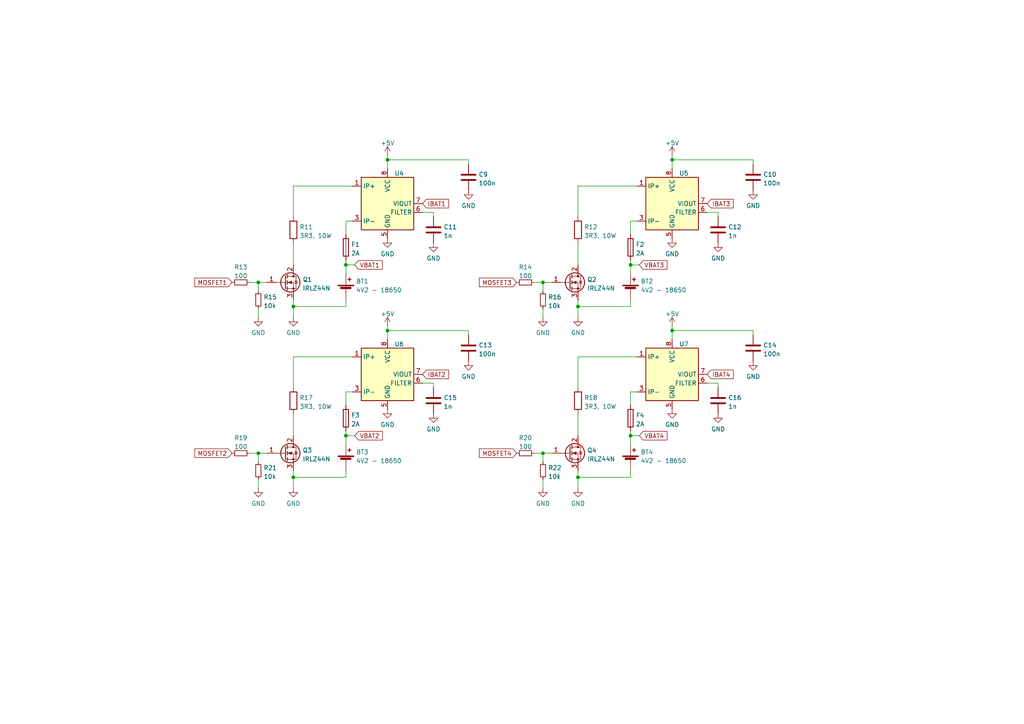
<source format=kicad_sch>
(kicad_sch (version 20211123) (generator eeschema)
  (paper "A4")
  (lib_symbols
    (symbol "Device:Battery_Cell" (pin_numbers hide) (pin_names (offset 0) hide)
      (property "Reference" "BT" (at 2.54 2.54 0))
      (property "Value" "Battery_Cell" (at 2.54 0 0))
      (symbol "Battery_Cell_0_1"
        (rectangle (start -2.286 1.778) (end 2.286 1.524) (fill (type outline)))
        (rectangle (start -1.5748 1.1938) (end 1.4732 0.6858) (fill (type outline)))
        (polyline (pts (xy 0 0.762) (xy 0 0)))
        (polyline (pts (xy 0 1.778) (xy 0 2.54)))
        (polyline (pts (xy 0.508 3.429) (xy 1.524 3.429)) (stroke (width 0.254)))
        (polyline (pts (xy 1.016 3.937) (xy 1.016 2.921)) (stroke (width 0.254)))
      )
      (symbol "Battery_Cell_1_1"
        (pin passive line (at 0 5.08 270) (length 2.54) (name "+") (number "1"))
        (pin passive line (at 0 -2.54 90) (length 2.54) (name "-") (number "2"))
      )
    )
    (symbol "Device:C" (pin_numbers hide) (pin_names (offset 0.254))
      (property "Reference" "C" (at 0.635 2.54 0))
      (property "Value" "C" (at 0.635 -2.54 0))
      (symbol "C_0_1"
        (polyline (pts (xy -2.032 -0.762) (xy 2.032 -0.762)) (stroke (width 0.508)))
        (polyline (pts (xy -2.032 0.762) (xy 2.032 0.762)) (stroke (width 0.508)))
      )
      (symbol "C_1_1"
        (pin passive line (at 0 3.81 270) (length 2.794) (name "~") (number "1"))
        (pin passive line (at 0 -3.81 90) (length 2.794) (name "~") (number "2"))
      )
    )
    (symbol "Device:Fuse" (pin_numbers hide) (pin_names (offset 0))
      (property "Reference" "F" (at 2.032 0 90))
      (property "Value" "Fuse" (at -1.905 0 90))
      (symbol "Fuse_0_1"
        (rectangle (start -0.762 -2.54) (end 0.762 2.54) (stroke (width 0.254)))
        (polyline (pts (xy 0 2.54) (xy 0 -2.54)))
      )
      (symbol "Fuse_1_1"
        (pin passive line (at 0 3.81 270) (length 1.27) (name "~") (number "1"))
        (pin passive line (at 0 -3.81 90) (length 1.27) (name "~") (number "2"))
      )
    )
    (symbol "Device:R" (pin_numbers hide) (pin_names (offset 0))
      (property "Reference" "R" (at 2.032 0 90))
      (property "Value" "R" (at 0 0 90))
      (symbol "R_0_1"
        (rectangle (start -1.016 -2.54) (end 1.016 2.54) (stroke (width 0.254)))
      )
      (symbol "R_1_1"
        (pin passive line (at 0 3.81 270) (length 1.27) (name "~") (number "1"))
        (pin passive line (at 0 -3.81 90) (length 1.27) (name "~") (number "2"))
      )
    )
    (symbol "Device:R_Small" (pin_numbers hide) (pin_names (offset 0.254) hide)
      (property "Reference" "R" (at 0.762 0.508 0))
      (property "Value" "R_Small" (at 0.762 -1.016 0))
      (symbol "R_Small_0_1"
        (rectangle (start -0.762 1.778) (end 0.762 -1.778) (stroke (width 0.2032)))
      )
      (symbol "R_Small_1_1"
        (pin passive line (at 0 2.54 270) (length 0.762) (name "~") (number "1"))
        (pin passive line (at 0 -2.54 90) (length 0.762) (name "~") (number "2"))
      )
    )
    (symbol "Sensor_Current:ACS712xLCTR-05B"
      (property "Reference" "U" (at 2.54 11.43 0))
      (property "Value" "ACS712xLCTR-05B" (at 2.54 8.89 0))
      (symbol "ACS712xLCTR-05B_0_1"
        (rectangle (start -7.62 7.62) (end 7.62 -7.62) (stroke (width 0.254)) (fill (type background)))
      )
      (symbol "ACS712xLCTR-05B_1_1"
        (pin passive line (at -10.16 5.08 0) (length 2.54) (name "IP+") (number "1"))
        (pin passive line (at -10.16 5.08 0) (length 2.54) hide (name "IP+") (number "2"))
        (pin passive line (at -10.16 -5.08 0) (length 2.54) (name "IP-") (number "3"))
        (pin passive line (at -10.16 -5.08 0) (length 2.54) hide (name "IP-") (number "4"))
        (pin power_in line (at 0 -10.16 90) (length 2.54) (name "GND") (number "5"))
        (pin passive line (at 10.16 -2.54 180) (length 2.54) (name "FILTER") (number "6"))
        (pin output line (at 10.16 0 180) (length 2.54) (name "VIOUT") (number "7"))
        (pin power_in line (at 0 10.16 270) (length 2.54) (name "VCC") (number "8"))
      )
    )
    (symbol "Transistor_FET:IRLZ44N" (pin_names hide)
      (property "Reference" "Q" (at 6.35 1.905 0))
      (property "Value" "IRLZ44N" (at 6.35 0 0))
      (symbol "IRLZ44N_0_1"
        (polyline (pts (xy 0.254 0) (xy -2.54 0)))
        (polyline (pts (xy 0.254 1.905) (xy 0.254 -1.905)) (stroke (width 0.254)))
        (polyline (pts (xy 0.762 -1.27) (xy 0.762 -2.286)) (stroke (width 0.254)))
        (polyline (pts (xy 0.762 0.508) (xy 0.762 -0.508)) (stroke (width 0.254)))
        (polyline (pts (xy 0.762 2.286) (xy 0.762 1.27)) (stroke (width 0.254)))
        (polyline (pts (xy 2.54 2.54) (xy 2.54 1.778)))
        (polyline (pts (xy 2.54 -2.54) (xy 2.54 0) (xy 0.762 0)))
        (polyline (pts (xy 0.762 -1.778) (xy 3.302 -1.778) (xy 3.302 1.778) (xy 0.762 1.778)))
        (polyline (pts (xy 1.016 0) (xy 2.032 0.381) (xy 2.032 -0.381) (xy 1.016 0)) (fill (type outline)))
        (polyline (pts (xy 2.794 0.508) (xy 2.921 0.381) (xy 3.683 0.381) (xy 3.81 0.254)))
        (polyline (pts (xy 3.302 0.381) (xy 2.921 -0.254) (xy 3.683 -0.254) (xy 3.302 0.381)))
        (circle (center 1.651 0) (radius 2.794) (stroke (width 0.254)))
        (circle (center 2.54 -1.778) (radius 0.254) (fill (type outline)))
        (circle (center 2.54 1.778) (radius 0.254) (fill (type outline)))
      )
      (symbol "IRLZ44N_1_1"
        (pin input line (at -5.08 0 0) (length 2.54) (name "G") (number "1"))
        (pin passive line (at 2.54 5.08 270) (length 2.54) (name "D") (number "2"))
        (pin passive line (at 2.54 -5.08 90) (length 2.54) (name "S") (number "3"))
      )
    )
    (symbol "power:+5V" (power) (pin_names (offset 0))
      (property "Value" "+5V" (at 0 3.556 0))
      (symbol "+5V_0_1"
        (polyline (pts (xy -0.762 1.27) (xy 0 2.54)))
        (polyline (pts (xy 0 0) (xy 0 2.54)))
        (polyline (pts (xy 0 2.54) (xy 0.762 1.27)))
      )
      (symbol "+5V_1_1"
        (pin power_in line (at 0 0 90) (length 0) hide (name "+5V") (number "1"))
      )
    )
    (symbol "power:GND" (power) (pin_names (offset 0))
      (property "Value" "GND" (at 0 -3.81 0))
      (symbol "GND_0_1"
        (polyline (pts (xy 0 0) (xy 0 -1.27) (xy 1.27 -1.27) (xy 0 -2.54) (xy -1.27 -1.27) (xy 0 -1.27)))
      )
      (symbol "GND_1_1"
        (pin power_in line (at 0 0 270) (length 0) hide (name "GND") (number "1"))
      )
    )
  )
  (junction (at 167.64 88.9))
  (junction (at 100.33 126.365))
  (junction (at 167.64 138.43))
  (junction (at 85.09 138.43))
  (junction (at 194.945 46.355))
  (junction (at 182.88 126.365))
  (junction (at 157.48 131.445))
  (junction (at 112.395 95.885))
  (junction (at 194.945 95.885))
  (junction (at 182.88 76.835))
  (junction (at 74.93 131.445))
  (junction (at 100.33 76.835))
  (junction (at 157.48 81.915))
  (junction (at 112.395 46.355))
  (junction (at 74.93 81.915))
  (junction (at 85.09 88.9))
  (wire (pts (xy 74.93 131.445) (xy 77.47 131.445)))
  (wire (pts (xy 184.785 103.505) (xy 167.64 103.505)))
  (wire (pts (xy 182.88 75.565) (xy 182.88 76.835)))
  (wire (pts (xy 112.395 45.085) (xy 112.395 46.355)))
  (wire (pts (xy 182.88 88.9) (xy 182.88 86.995)))
  (wire (pts (xy 218.44 47.625) (xy 218.44 46.355)))
  (wire (pts (xy 74.93 81.915) (xy 77.47 81.915)))
  (wire (pts (xy 112.395 95.885) (xy 135.89 95.885)))
  (wire (pts (xy 208.28 61.595) (xy 208.28 62.865)))
  (wire (pts (xy 182.88 76.835) (xy 182.88 79.375)))
  (wire (pts (xy 125.73 61.595) (xy 125.73 62.865)))
  (wire (pts (xy 182.88 138.43) (xy 182.88 136.525)))
  (wire (pts (xy 85.09 120.015) (xy 85.09 126.365)))
  (wire (pts (xy 157.48 131.445) (xy 160.02 131.445)))
  (wire (pts (xy 112.395 95.885) (xy 112.395 98.425)))
  (wire (pts (xy 122.555 61.595) (xy 125.73 61.595)))
  (wire (pts (xy 194.945 45.085) (xy 194.945 46.355)))
  (wire (pts (xy 100.33 88.9) (xy 100.33 86.995)))
  (wire (pts (xy 85.09 86.995) (xy 85.09 88.9)))
  (wire (pts (xy 85.09 138.43) (xy 100.33 138.43)))
  (wire (pts (xy 100.33 126.365) (xy 102.87 126.365)))
  (wire (pts (xy 102.235 53.975) (xy 85.09 53.975)))
  (wire (pts (xy 74.93 89.535) (xy 74.93 92.075)))
  (wire (pts (xy 85.09 88.9) (xy 85.09 92.075)))
  (wire (pts (xy 184.785 113.665) (xy 182.88 113.665)))
  (wire (pts (xy 167.64 53.975) (xy 167.64 62.865)))
  (wire (pts (xy 194.945 95.885) (xy 194.945 98.425)))
  (wire (pts (xy 100.33 126.365) (xy 100.33 128.905)))
  (wire (pts (xy 100.33 75.565) (xy 100.33 76.835)))
  (wire (pts (xy 85.09 70.485) (xy 85.09 76.835)))
  (wire (pts (xy 205.105 111.125) (xy 208.28 111.125)))
  (wire (pts (xy 72.39 131.445) (xy 74.93 131.445)))
  (wire (pts (xy 182.88 126.365) (xy 182.88 128.905)))
  (wire (pts (xy 167.64 138.43) (xy 182.88 138.43)))
  (wire (pts (xy 182.88 64.135) (xy 182.88 67.945)))
  (wire (pts (xy 205.105 61.595) (xy 208.28 61.595)))
  (wire (pts (xy 194.945 95.885) (xy 218.44 95.885)))
  (wire (pts (xy 74.93 131.445) (xy 74.93 133.985)))
  (wire (pts (xy 100.33 113.665) (xy 100.33 117.475)))
  (wire (pts (xy 74.93 139.065) (xy 74.93 141.605)))
  (wire (pts (xy 100.33 138.43) (xy 100.33 136.525)))
  (wire (pts (xy 167.64 120.015) (xy 167.64 126.365)))
  (wire (pts (xy 157.48 81.915) (xy 157.48 84.455)))
  (wire (pts (xy 157.48 81.915) (xy 160.02 81.915)))
  (wire (pts (xy 167.64 70.485) (xy 167.64 76.835)))
  (wire (pts (xy 122.555 111.125) (xy 125.73 111.125)))
  (wire (pts (xy 154.94 131.445) (xy 157.48 131.445)))
  (wire (pts (xy 74.93 81.915) (xy 74.93 84.455)))
  (wire (pts (xy 112.395 46.355) (xy 112.395 48.895)))
  (wire (pts (xy 112.395 94.615) (xy 112.395 95.885)))
  (wire (pts (xy 135.89 97.155) (xy 135.89 95.885)))
  (wire (pts (xy 85.09 53.975) (xy 85.09 62.865)))
  (wire (pts (xy 85.09 88.9) (xy 100.33 88.9)))
  (wire (pts (xy 85.09 136.525) (xy 85.09 138.43)))
  (wire (pts (xy 184.785 53.975) (xy 167.64 53.975)))
  (wire (pts (xy 157.48 131.445) (xy 157.48 133.985)))
  (wire (pts (xy 135.89 47.625) (xy 135.89 46.355)))
  (wire (pts (xy 182.88 125.095) (xy 182.88 126.365)))
  (wire (pts (xy 100.33 64.135) (xy 100.33 67.945)))
  (wire (pts (xy 157.48 89.535) (xy 157.48 92.075)))
  (wire (pts (xy 182.88 113.665) (xy 182.88 117.475)))
  (wire (pts (xy 182.88 126.365) (xy 185.42 126.365)))
  (wire (pts (xy 100.33 125.095) (xy 100.33 126.365)))
  (wire (pts (xy 167.64 136.525) (xy 167.64 138.43)))
  (wire (pts (xy 102.235 64.135) (xy 100.33 64.135)))
  (wire (pts (xy 112.395 46.355) (xy 135.89 46.355)))
  (wire (pts (xy 102.235 103.505) (xy 85.09 103.505)))
  (wire (pts (xy 157.48 139.065) (xy 157.48 141.605)))
  (wire (pts (xy 194.945 94.615) (xy 194.945 95.885)))
  (wire (pts (xy 167.64 88.9) (xy 182.88 88.9)))
  (wire (pts (xy 167.64 103.505) (xy 167.64 112.395)))
  (wire (pts (xy 100.33 76.835) (xy 100.33 79.375)))
  (wire (pts (xy 194.945 46.355) (xy 194.945 48.895)))
  (wire (pts (xy 125.73 111.125) (xy 125.73 112.395)))
  (wire (pts (xy 167.64 138.43) (xy 167.64 141.605)))
  (wire (pts (xy 85.09 138.43) (xy 85.09 141.605)))
  (wire (pts (xy 194.945 46.355) (xy 218.44 46.355)))
  (wire (pts (xy 167.64 86.995) (xy 167.64 88.9)))
  (wire (pts (xy 102.235 113.665) (xy 100.33 113.665)))
  (wire (pts (xy 167.64 88.9) (xy 167.64 92.075)))
  (wire (pts (xy 182.88 76.835) (xy 185.42 76.835)))
  (wire (pts (xy 218.44 97.155) (xy 218.44 95.885)))
  (wire (pts (xy 208.28 111.125) (xy 208.28 112.395)))
  (wire (pts (xy 154.94 81.915) (xy 157.48 81.915)))
  (wire (pts (xy 85.09 103.505) (xy 85.09 112.395)))
  (wire (pts (xy 72.39 81.915) (xy 74.93 81.915)))
  (wire (pts (xy 100.33 76.835) (xy 102.87 76.835)))
  (wire (pts (xy 184.785 64.135) (xy 182.88 64.135)))
  (global_label "IBAT4" (shape input) (at 205.105 108.585 0) (property "Intersheet References" "${INTERSHEET_REFS}" (effects hide)))
  (global_label "IBAT3" (shape input) (at 205.105 59.055 0) (property "Intersheet References" "${INTERSHEET_REFS}" (effects hide)))
  (global_label "VBAT3" (shape input) (at 185.42 76.835 0) (property "Intersheet References" "${INTERSHEET_REFS}" (effects hide)))
  (global_label "MOSFET2" (shape input) (at 67.31 131.445 180) (property "Intersheet References" "${INTERSHEET_REFS}" (effects hide)))
  (global_label "MOSFET1" (shape input) (at 67.31 81.915 180) (property "Intersheet References" "${INTERSHEET_REFS}" (effects hide)))
  (global_label "MOSFET3" (shape input) (at 149.86 81.915 180) (property "Intersheet References" "${INTERSHEET_REFS}" (effects hide)))
  (global_label "VBAT2" (shape input) (at 102.87 126.365 0) (property "Intersheet References" "${INTERSHEET_REFS}" (effects hide)))
  (global_label "VBAT1" (shape input) (at 102.87 76.835 0) (property "Intersheet References" "${INTERSHEET_REFS}" (effects hide)))
  (global_label "IBAT2" (shape input) (at 122.555 108.585 0) (property "Intersheet References" "${INTERSHEET_REFS}" (effects hide)))
  (global_label "MOSFET4" (shape input) (at 149.86 131.445 180) (property "Intersheet References" "${INTERSHEET_REFS}" (effects hide)))
  (global_label "IBAT1" (shape input) (at 122.555 59.055 0) (property "Intersheet References" "${INTERSHEET_REFS}" (effects hide)))
  (global_label "VBAT4" (shape input) (at 185.42 126.365 0) (property "Intersheet References" "${INTERSHEET_REFS}" (effects hide)))
  (symbol (lib_id "Device:Fuse") (at 100.33 121.285 0) (unit 1)
    (property "Reference" "F3" (at 101.854 120.4503 0) (effects (justify left)))
    (property "Value" "2A" (at 101.854 122.9872 0) (effects (justify left)))
    (property "Footprint" "Footprint:696108003002" (effects hide))
  )
  (symbol (lib_id "Transistor_FET:IRLZ44N") (at 165.1 81.915 0) (unit 1)
    (property "Reference" "Q2" (at 170.307 81.0803 0) (effects (justify left)))
    (property "Value" "IRLZ44N" (at 170.307 83.6172 0) (effects (justify left)))
    (property "Footprint" "Package_TO_SOT_THT:TO-220-3_Horizontal_TabDown" (effects hide))
    (property "Datasheet" "http://www.irf.com/product-info/datasheets/data/irlz44n.pdf" (effects hide))
  )
  (symbol (lib_id "Device:R_Small") (at 157.48 86.995 0) (unit 1)
    (property "Reference" "R16" (at 158.9786 86.1603 0) (effects (justify left)))
    (property "Value" "10k" (at 158.9786 88.6972 0) (effects (justify left)))
    (property "Footprint" "Resistor_SMD:R_0603_1608Metric" (effects hide))
  )
  (symbol (lib_id "power:GND") (at 112.395 69.215 0) (unit 1)
    (property "Reference" "#PWR0105" (effects hide))
    (property "Value" "GND" (at 112.395 73.6584 0))
  )
  (symbol (lib_id "Transistor_FET:IRLZ44N") (at 82.55 81.915 0) (unit 1)
    (property "Reference" "Q1" (at 87.757 81.0803 0) (effects (justify left)))
    (property "Value" "IRLZ44N" (at 87.757 83.6172 0) (effects (justify left)))
    (property "Footprint" "Package_TO_SOT_THT:TO-220-3_Horizontal_TabDown" (effects hide))
    (property "Datasheet" "http://www.irf.com/product-info/datasheets/data/irlz44n.pdf" (effects hide))
  )
  (symbol (lib_id "power:GND") (at 85.09 141.605 0) (unit 1)
    (property "Reference" "#PWR045" (effects hide))
    (property "Value" "GND" (at 85.09 146.0484 0))
  )
  (symbol (lib_id "power:GND") (at 85.09 92.075 0) (unit 1)
    (property "Reference" "#PWR033" (effects hide))
    (property "Value" "GND" (at 85.09 96.5184 0))
  )
  (symbol (lib_id "Device:C") (at 208.28 66.675 0) (unit 1)
    (property "Reference" "C12" (at 211.201 65.8403 0) (effects (justify left)))
    (property "Value" "1n" (at 211.201 68.3772 0) (effects (justify left)))
    (property "Footprint" "Capacitor_SMD:C_0603_1608Metric" (effects hide))
  )
  (symbol (lib_id "Device:C") (at 125.73 116.205 0) (unit 1)
    (property "Reference" "C15" (at 128.651 115.3703 0) (effects (justify left)))
    (property "Value" "1n" (at 128.651 117.9072 0) (effects (justify left)))
    (property "Footprint" "Capacitor_SMD:C_0603_1608Metric" (effects hide))
  )
  (symbol (lib_id "Device:R_Small") (at 152.4 131.445 90) (unit 1)
    (property "Reference" "R20" (at 152.4 127.0086 90))
    (property "Value" "100" (at 152.4 129.5455 90))
    (property "Footprint" "Resistor_SMD:R_0603_1608Metric" (effects hide))
  )
  (symbol (lib_id "power:GND") (at 112.395 118.745 0) (unit 1)
    (property "Reference" "#PWR0112" (effects hide))
    (property "Value" "GND" (at 112.395 123.1884 0))
  )
  (symbol (lib_id "power:GND") (at 167.64 92.075 0) (unit 1)
    (property "Reference" "#PWR035" (effects hide))
    (property "Value" "GND" (at 167.64 96.5184 0))
  )
  (symbol (lib_id "Device:R") (at 85.09 66.675 0) (unit 1)
    (property "Reference" "R11" (at 86.868 65.8403 0) (effects (justify left)))
    (property "Value" "3R3, 10W" (at 86.868 68.3772 0) (effects (justify left)))
    (property "Footprint" "Footprint:PRW0AWJW33JB00" (effects hide))
  )
  (symbol (lib_id "Device:Battery_Cell") (at 100.33 84.455 0) (unit 1)
    (property "Reference" "BT1" (at 103.251 81.5883 0) (effects (justify left)))
    (property "Value" "4V2 - 18650" (at 103.251 84.1252 0) (effects (justify left)))
    (property "Footprint" "Footprint:18650-holder" (effects hide))
  )
  (symbol (lib_id "power:GND") (at 135.89 104.775 0) (unit 1)
    (property "Reference" "#PWR0113" (effects hide))
    (property "Value" "GND" (at 135.89 109.2184 0))
  )
  (symbol (lib_id "power:GND") (at 218.44 55.245 0) (unit 1)
    (property "Reference" "#PWR0110" (effects hide))
    (property "Value" "GND" (at 218.44 59.6884 0))
  )
  (symbol (lib_id "Device:R_Small") (at 74.93 86.995 0) (unit 1)
    (property "Reference" "R15" (at 76.4286 86.1603 0) (effects (justify left)))
    (property "Value" "10k" (at 76.4286 88.6972 0) (effects (justify left)))
    (property "Footprint" "Resistor_SMD:R_0603_1608Metric" (effects hide))
  )
  (symbol (lib_id "power:GND") (at 125.73 70.485 0) (unit 1)
    (property "Reference" "#PWR0106" (effects hide))
    (property "Value" "GND" (at 125.73 74.9284 0))
  )
  (symbol (lib_id "Device:C") (at 135.89 100.965 0) (unit 1)
    (property "Reference" "C13" (at 138.811 100.1303 0) (effects (justify left)))
    (property "Value" "100n" (at 138.811 102.6672 0) (effects (justify left)))
    (property "Footprint" "Capacitor_SMD:C_0603_1608Metric" (effects hide))
  )
  (symbol (lib_id "Device:Battery_Cell") (at 182.88 133.985 0) (unit 1)
    (property "Reference" "BT4" (at 185.801 131.1183 0) (effects (justify left)))
    (property "Value" "4V2 - 18650" (at 185.801 133.6552 0) (effects (justify left)))
    (property "Footprint" "Footprint:18650-holder" (effects hide))
  )
  (symbol (lib_id "power:GND") (at 125.73 120.015 0) (unit 1)
    (property "Reference" "#PWR0114" (effects hide))
    (property "Value" "GND" (at 125.73 124.4584 0))
  )
  (symbol (lib_id "Device:R_Small") (at 74.93 136.525 0) (unit 1)
    (property "Reference" "R21" (at 76.4286 135.6903 0) (effects (justify left)))
    (property "Value" "10k" (at 76.4286 138.2272 0) (effects (justify left)))
    (property "Footprint" "Resistor_SMD:R_0603_1608Metric" (effects hide))
  )
  (symbol (lib_id "Device:Battery_Cell") (at 182.88 84.455 0) (unit 1)
    (property "Reference" "BT2" (at 185.801 81.5883 0) (effects (justify left)))
    (property "Value" "4V2 - 18650" (at 185.801 84.1252 0) (effects (justify left)))
    (property "Footprint" "Footprint:18650-holder" (effects hide))
  )
  (symbol (lib_id "Transistor_FET:IRLZ44N") (at 82.55 131.445 0) (unit 1)
    (property "Reference" "Q3" (at 87.757 130.6103 0) (effects (justify left)))
    (property "Value" "IRLZ44N" (at 87.757 133.1472 0) (effects (justify left)))
    (property "Footprint" "Package_TO_SOT_THT:TO-220-3_Horizontal_TabDown" (effects hide))
    (property "Datasheet" "http://www.irf.com/product-info/datasheets/data/irlz44n.pdf" (effects hide))
  )
  (symbol (lib_id "Device:R_Small") (at 152.4 81.915 90) (unit 1)
    (property "Reference" "R14" (at 152.4 77.4786 90))
    (property "Value" "100" (at 152.4 80.0155 90))
    (property "Footprint" "Resistor_SMD:R_0603_1608Metric" (effects hide))
  )
  (symbol (lib_id "power:+5V") (at 112.395 45.085 0) (unit 1)
    (property "Reference" "#PWR024" (effects hide))
    (property "Value" "+5V" (at 112.395 41.5092 0))
  )
  (symbol (lib_id "power:GND") (at 208.28 70.485 0) (unit 1)
    (property "Reference" "#PWR0111" (effects hide))
    (property "Value" "GND" (at 208.28 74.9284 0))
  )
  (symbol (lib_id "power:+5V") (at 194.945 45.085 0) (unit 1)
    (property "Reference" "#PWR025" (effects hide))
    (property "Value" "+5V" (at 194.945 41.5092 0))
  )
  (symbol (lib_id "Device:R") (at 167.64 66.675 0) (unit 1)
    (property "Reference" "R12" (at 169.418 65.8403 0) (effects (justify left)))
    (property "Value" "3R3, 10W" (at 169.418 68.3772 0) (effects (justify left)))
    (property "Footprint" "Footprint:PRW0AWJW33JB00" (effects hide))
  )
  (symbol (lib_id "Device:R_Small") (at 157.48 136.525 0) (unit 1)
    (property "Reference" "R22" (at 158.9786 135.6903 0) (effects (justify left)))
    (property "Value" "10k" (at 158.9786 138.2272 0) (effects (justify left)))
    (property "Footprint" "Resistor_SMD:R_0603_1608Metric" (effects hide))
  )
  (symbol (lib_id "power:GND") (at 194.945 118.745 0) (unit 1)
    (property "Reference" "#PWR0116" (effects hide))
    (property "Value" "GND" (at 194.945 123.1884 0))
  )
  (symbol (lib_id "power:GND") (at 157.48 92.075 0) (unit 1)
    (property "Reference" "#PWR034" (effects hide))
    (property "Value" "GND" (at 157.48 96.5184 0))
  )
  (symbol (lib_id "Sensor_Current:ACS712xLCTR-05B") (at 112.395 59.055 0) (unit 1)
    (property "Reference" "U4" (at 114.4144 50.2722 0) (effects (justify left)))
    (property "Value" "ACS712xLCTR-05B" (effects hide))
    (property "Footprint" "Package_SO:SOIC-8_3.9x4.9mm_P1.27mm" (effects hide))
    (property "Datasheet" "http://www.allegromicro.com/~/media/Files/Datasheets/ACS712-Datasheet.ashx?la=en" (effects hide))
  )
  (symbol (lib_id "power:GND") (at 157.48 141.605 0) (unit 1)
    (property "Reference" "#PWR046" (effects hide))
    (property "Value" "GND" (at 157.48 146.0484 0))
  )
  (symbol (lib_id "Device:C") (at 218.44 100.965 0) (unit 1)
    (property "Reference" "C14" (at 221.361 100.1303 0) (effects (justify left)))
    (property "Value" "100n" (at 221.361 102.6672 0) (effects (justify left)))
    (property "Footprint" "Capacitor_SMD:C_0603_1608Metric" (effects hide))
  )
  (symbol (lib_id "power:GND") (at 135.89 55.245 0) (unit 1)
    (property "Reference" "#PWR0107" (effects hide))
    (property "Value" "GND" (at 135.89 59.6884 0))
  )
  (symbol (lib_id "power:GND") (at 74.93 141.605 0) (unit 1)
    (property "Reference" "#PWR044" (effects hide))
    (property "Value" "GND" (at 74.93 146.0484 0))
  )
  (symbol (lib_id "Device:Fuse") (at 182.88 71.755 0) (unit 1)
    (property "Reference" "F2" (at 184.404 70.9203 0) (effects (justify left)))
    (property "Value" "2A" (at 184.404 73.4572 0) (effects (justify left)))
    (property "Footprint" "Footprint:696108003002" (effects hide))
  )
  (symbol (lib_id "power:GND") (at 74.93 92.075 0) (unit 1)
    (property "Reference" "#PWR032" (effects hide))
    (property "Value" "GND" (at 74.93 96.5184 0))
  )
  (symbol (lib_id "Device:R") (at 167.64 116.205 0) (unit 1)
    (property "Reference" "R18" (at 169.418 115.3703 0) (effects (justify left)))
    (property "Value" "3R3, 10W" (at 169.418 117.9072 0) (effects (justify left)))
    (property "Footprint" "Footprint:PRW0AWJW33JB00" (effects hide))
  )
  (symbol (lib_id "Transistor_FET:IRLZ44N") (at 165.1 131.445 0) (unit 1)
    (property "Reference" "Q4" (at 170.307 130.6103 0) (effects (justify left)))
    (property "Value" "IRLZ44N" (at 170.307 133.1472 0) (effects (justify left)))
    (property "Footprint" "Package_TO_SOT_THT:TO-220-3_Horizontal_TabDown" (effects hide))
    (property "Datasheet" "http://www.irf.com/product-info/datasheets/data/irlz44n.pdf" (effects hide))
  )
  (symbol (lib_id "Device:R_Small") (at 69.85 131.445 90) (unit 1)
    (property "Reference" "R19" (at 69.85 127.0086 90))
    (property "Value" "100" (at 69.85 129.5455 90))
    (property "Footprint" "Resistor_SMD:R_0603_1608Metric" (effects hide))
  )
  (symbol (lib_id "power:+5V") (at 194.945 94.615 0) (unit 1)
    (property "Reference" "#PWR037" (effects hide))
    (property "Value" "+5V" (at 194.945 91.0392 0))
  )
  (symbol (lib_id "Device:C") (at 135.89 51.435 0) (unit 1)
    (property "Reference" "C9" (at 138.811 50.6003 0) (effects (justify left)))
    (property "Value" "100n" (at 138.811 53.1372 0) (effects (justify left)))
    (property "Footprint" "Capacitor_SMD:C_0603_1608Metric" (effects hide))
  )
  (symbol (lib_id "Device:C") (at 125.73 66.675 0) (unit 1)
    (property "Reference" "C11" (at 128.651 65.8403 0) (effects (justify left)))
    (property "Value" "1n" (at 128.651 68.3772 0) (effects (justify left)))
    (property "Footprint" "Capacitor_SMD:C_0603_1608Metric" (effects hide))
  )
  (symbol (lib_id "Device:Fuse") (at 182.88 121.285 0) (unit 1)
    (property "Reference" "F4" (at 184.404 120.4503 0) (effects (justify left)))
    (property "Value" "2A" (at 184.404 122.9872 0) (effects (justify left)))
    (property "Footprint" "Footprint:696108003002" (effects hide))
  )
  (symbol (lib_id "power:+5V") (at 112.395 94.615 0) (unit 1)
    (property "Reference" "#PWR036" (effects hide))
    (property "Value" "+5V" (at 112.395 91.0392 0))
  )
  (symbol (lib_id "Sensor_Current:ACS712xLCTR-05B") (at 194.945 59.055 0) (unit 1)
    (property "Reference" "U5" (at 196.9644 50.2722 0) (effects (justify left)))
    (property "Value" "ACS712xLCTR-05B" (effects hide))
    (property "Footprint" "Package_SO:SOIC-8_3.9x4.9mm_P1.27mm" (effects hide))
    (property "Datasheet" "http://www.allegromicro.com/~/media/Files/Datasheets/ACS712-Datasheet.ashx?la=en" (effects hide))
  )
  (symbol (lib_id "Sensor_Current:ACS712xLCTR-05B") (at 194.945 108.585 0) (unit 1)
    (property "Reference" "U7" (at 196.9644 99.8022 0) (effects (justify left)))
    (property "Value" "ACS712xLCTR-05B" (effects hide))
    (property "Footprint" "Package_SO:SOIC-8_3.9x4.9mm_P1.27mm" (effects hide))
    (property "Datasheet" "http://www.allegromicro.com/~/media/Files/Datasheets/ACS712-Datasheet.ashx?la=en" (effects hide))
  )
  (symbol (lib_id "Device:Battery_Cell") (at 100.33 133.985 0) (unit 1)
    (property "Reference" "BT3" (at 103.251 131.1183 0) (effects (justify left)))
    (property "Value" "4V2 - 18650" (at 103.251 133.6552 0) (effects (justify left)))
    (property "Footprint" "Footprint:18650-holder" (effects hide))
  )
  (symbol (lib_id "power:GND") (at 167.64 141.605 0) (unit 1)
    (property "Reference" "#PWR047" (effects hide))
    (property "Value" "GND" (at 167.64 146.0484 0))
  )
  (symbol (lib_id "Device:R") (at 85.09 116.205 0) (unit 1)
    (property "Reference" "R17" (at 86.868 115.3703 0) (effects (justify left)))
    (property "Value" "3R3, 10W" (at 86.868 117.9072 0) (effects (justify left)))
    (property "Footprint" "Footprint:PRW0AWJW33JB00" (effects hide))
  )
  (symbol (lib_id "Sensor_Current:ACS712xLCTR-05B") (at 112.395 108.585 0) (unit 1)
    (property "Reference" "U6" (at 114.4144 99.8022 0) (effects (justify left)))
    (property "Value" "ACS712xLCTR-05B" (effects hide))
    (property "Footprint" "Package_SO:SOIC-8_3.9x4.9mm_P1.27mm" (effects hide))
    (property "Datasheet" "http://www.allegromicro.com/~/media/Files/Datasheets/ACS712-Datasheet.ashx?la=en" (effects hide))
  )
  (symbol (lib_id "Device:C") (at 218.44 51.435 0) (unit 1)
    (property "Reference" "C10" (at 221.361 50.6003 0) (effects (justify left)))
    (property "Value" "100n" (at 221.361 53.1372 0) (effects (justify left)))
    (property "Footprint" "Capacitor_SMD:C_0603_1608Metric" (effects hide))
  )
  (symbol (lib_id "power:GND") (at 208.28 120.015 0) (unit 1)
    (property "Reference" "#PWR0115" (effects hide))
    (property "Value" "GND" (at 208.28 124.4584 0))
  )
  (symbol (lib_id "Device:C") (at 208.28 116.205 0) (unit 1)
    (property "Reference" "C16" (at 211.201 115.3703 0) (effects (justify left)))
    (property "Value" "1n" (at 211.201 117.9072 0) (effects (justify left)))
    (property "Footprint" "Capacitor_SMD:C_0603_1608Metric" (effects hide))
  )
  (symbol (lib_id "power:GND") (at 194.945 69.215 0) (unit 1)
    (property "Reference" "#PWR0108" (effects hide))
    (property "Value" "GND" (at 194.945 73.6584 0))
  )
  (symbol (lib_id "Device:R_Small") (at 69.85 81.915 90) (unit 1)
    (property "Reference" "R13" (at 69.85 77.4786 90))
    (property "Value" "100" (at 69.85 80.0155 90))
    (property "Footprint" "Resistor_SMD:R_0603_1608Metric" (effects hide))
  )
  (symbol (lib_id "power:GND") (at 218.44 104.775 0) (unit 1)
    (property "Reference" "#PWR0109" (effects hide))
    (property "Value" "GND" (at 218.44 109.2184 0))
  )
  (symbol (lib_id "Device:Fuse") (at 100.33 71.755 0) (unit 1)
    (property "Reference" "F1" (at 101.854 70.9203 0) (effects (justify left)))
    (property "Value" "2A" (at 101.854 73.4572 0) (effects (justify left)))
    (property "Footprint" "Footprint:696108003002" (effects hide))
  )
)
</source>
